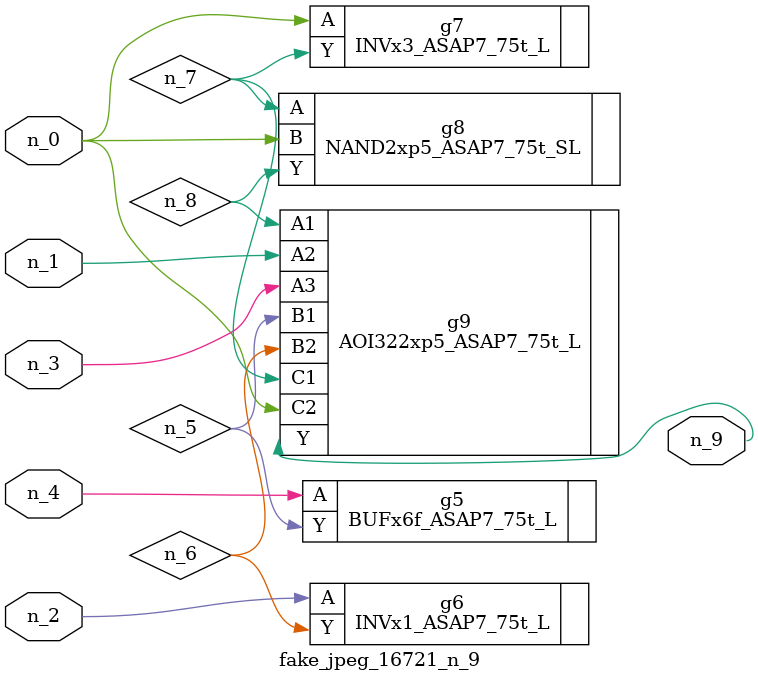
<source format=v>
module fake_jpeg_16721_n_9 (n_3, n_2, n_1, n_0, n_4, n_9);

input n_3;
input n_2;
input n_1;
input n_0;
input n_4;

output n_9;

wire n_8;
wire n_6;
wire n_5;
wire n_7;

BUFx6f_ASAP7_75t_L g5 ( 
.A(n_4),
.Y(n_5)
);

INVx1_ASAP7_75t_L g6 ( 
.A(n_2),
.Y(n_6)
);

INVx3_ASAP7_75t_L g7 ( 
.A(n_0),
.Y(n_7)
);

NAND2xp5_ASAP7_75t_SL g8 ( 
.A(n_7),
.B(n_0),
.Y(n_8)
);

AOI322xp5_ASAP7_75t_L g9 ( 
.A1(n_8),
.A2(n_1),
.A3(n_3),
.B1(n_5),
.B2(n_6),
.C1(n_7),
.C2(n_0),
.Y(n_9)
);


endmodule
</source>
